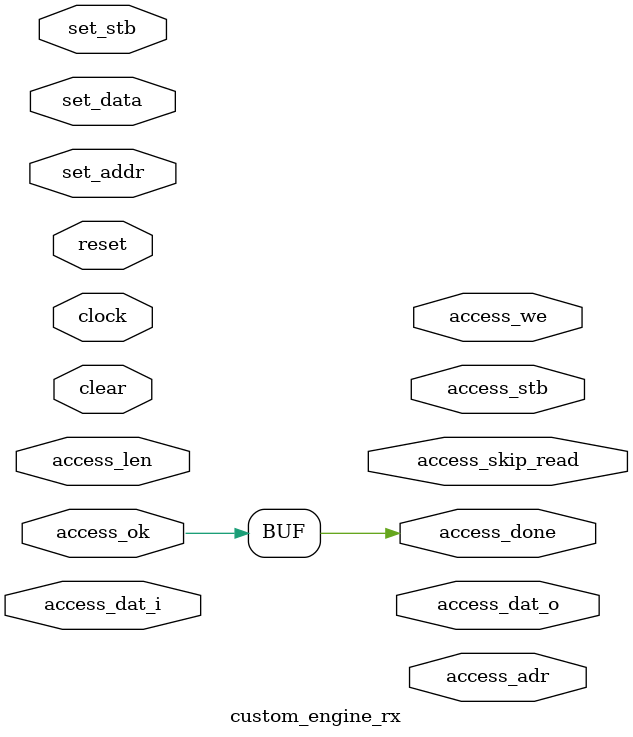
<source format=v>
module custom_engine_rx
#(
    parameter BUF_SIZE = 10
)
(
    input clock, input reset, input clear,
    input set_stb, input [7:0] set_addr, input [31:0] set_data,
    output access_we,
    output access_stb,
    input access_ok,
    output access_done,
    output access_skip_read,
    output [BUF_SIZE-1:0] access_adr,
    input [BUF_SIZE-1:0] access_len,
    output [35:0] access_dat_o,
    input [35:0] access_dat_i
);
    assign access_done = access_ok;
endmodule
</source>
